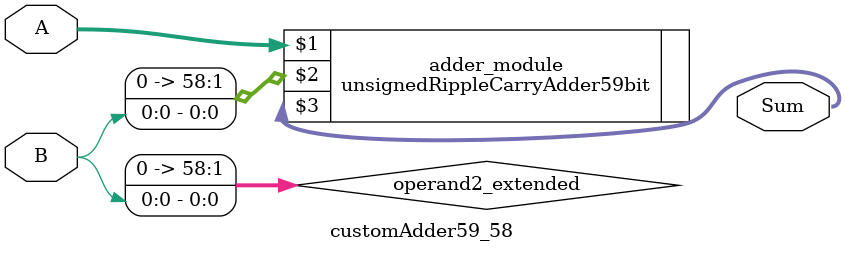
<source format=v>
module customAdder59_58(
                        input [58 : 0] A,
                        input [0 : 0] B,
                        
                        output [59 : 0] Sum
                );

        wire [58 : 0] operand2_extended;
        
        assign operand2_extended =  {58'b0, B};
        
        unsignedRippleCarryAdder59bit adder_module(
            A,
            operand2_extended,
            Sum
        );
        
        endmodule
        
</source>
